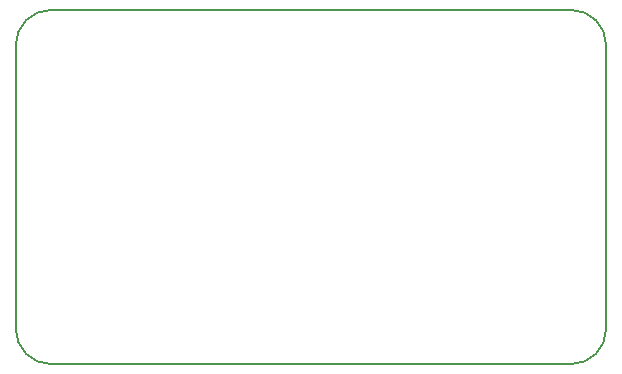
<source format=gbr>
G04 #@! TF.GenerationSoftware,KiCad,Pcbnew,5.1.5+dfsg1-2build2*
G04 #@! TF.CreationDate,2020-11-18T17:14:58+00:00*
G04 #@! TF.ProjectId,picodvi,7069636f-6476-4692-9e6b-696361645f70,rev?*
G04 #@! TF.SameCoordinates,Original*
G04 #@! TF.FileFunction,Profile,NP*
%FSLAX46Y46*%
G04 Gerber Fmt 4.6, Leading zero omitted, Abs format (unit mm)*
G04 Created by KiCad (PCBNEW 5.1.5+dfsg1-2build2) date 2020-11-18 17:14:58*
%MOMM*%
%LPD*%
G04 APERTURE LIST*
%ADD10C,0.150000*%
G04 APERTURE END LIST*
D10*
X250000000Y-112000000D02*
G75*
G02X247000000Y-115000000I-3000000J0D01*
G01*
X247000000Y-85000000D02*
G75*
G02X250000000Y-88000000I0J-3000000D01*
G01*
X200000000Y-88000000D02*
G75*
G02X203000000Y-85000000I3000000J0D01*
G01*
X203000000Y-115000000D02*
G75*
G02X200000000Y-112000000I0J3000000D01*
G01*
X247000000Y-115000000D02*
X203000000Y-115000000D01*
X250000000Y-88000000D02*
X250000000Y-112000000D01*
X203000000Y-85000000D02*
X247000000Y-85000000D01*
X200000000Y-112000000D02*
X200000000Y-88000000D01*
M02*

</source>
